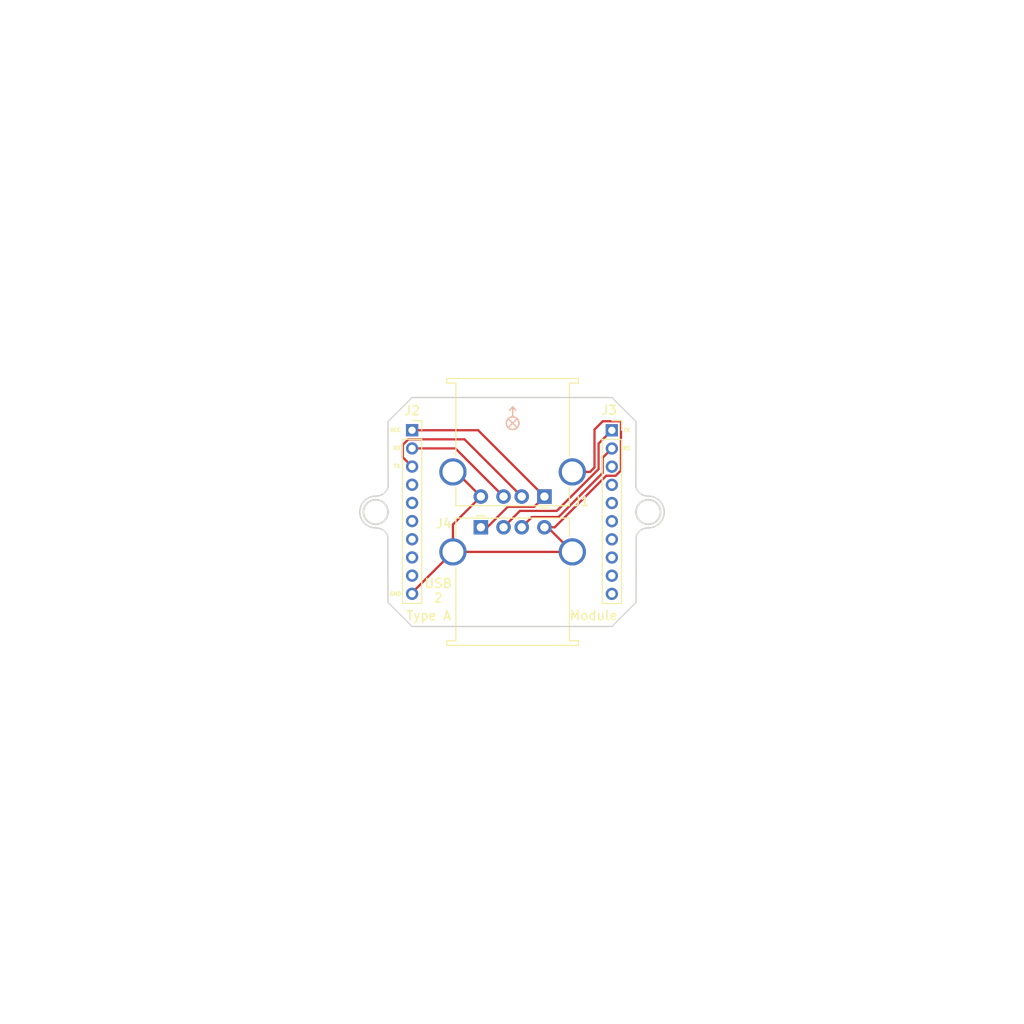
<source format=kicad_pcb>
(kicad_pcb (version 20221018) (generator pcbnew)
  (title_block (title "USB 2 Interface for Bitcraze Crazyflie 2.0") (date "2023-10-06") (company "Jose Ignacio Granados Marín") (comment 1 "Desarrollo de un vehículo aéreo no tripulado modular de bajo costo") (comment 2 "Trabajo Final de Graduación") (comment 3 "Área Académica de Ingeniería en Computadores") (comment 4 "Instituto Tecnológico de Costa Rica"))
  (layers (0 "F.Cu" signal) (31 "B.Cu" signal) (34 "B.Paste" user) (35 "F.Paste" user) (36 "B.SilkS" user "B.Silkscreen") (37 "F.SilkS" user "F.Silkscreen") (38 "B.Mask" user) (39 "F.Mask" user) (44 "Edge.Cuts" user))
  (net 0 "")
  (net 1 "Net-(J1-VBUS)")
  (net 2 "Net-(J1-D-)")
  (net 3 "Net-(J1-D+)")
  (net 4 "Net-(J1-GND)")
  (net 19 "Net-(J3-Pin_2)")
  (net 20 "Net-(J3-Pin_1)")
  (footprint "bitcraze:EXP_ORIENTATION" (layer "F.Cu") (at 144.64 79.24 90)
    (fp_text reference "EXP_ORIENTATION" hide)
    (fp_text value "VAL**" hide)
    (fp_line (start 0 0) (end -0.475 -0.475) (stroke (width 0.15)) (layer "B.SilkS"))
    (fp_line (start 0 0) (end -0.475 0.475) (stroke (width 0.15)) (layer "B.SilkS"))
    (fp_line (start 0 0) (end 0.475 -0.475) (stroke (width 0.15)) (layer "B.SilkS"))
    (fp_line (start 0 0) (end 0.475 0.475) (stroke (width 0.15)) (layer "B.SilkS"))
    (fp_line (start 0.7 0) (end 1.8 0) (stroke (width 0.15)) (layer "B.SilkS"))
    (fp_line (start 1.8 0) (end 1.4 -0.35) (stroke (width 0.15)) (layer "B.SilkS"))
    (fp_line (start 1.8 0) (end 1.4 0.35) (stroke (width 0.15)) (layer "B.SilkS"))
    (fp_circle (center 0 0) (end 0.7 0.025) (stroke (width 0.15)) (fill none) (layer "B.SilkS"))
    (fp_line (start 0.7 0) (end 1.8 0) (stroke (width 0.15)) (layer "F.SilkS"))
    (fp_line (start 1.8 0) (end 1.4 -0.35) (stroke (width 0.15)) (layer "F.SilkS"))
    (fp_line (start 1.8 0) (end 1.4 0.35) (stroke (width 0.15)) (layer "F.SilkS"))
    (fp_circle (center 0 0) (end 0.075 0.025) (stroke (width 0.15)) (fill none) (layer "F.SilkS"))
    (fp_circle (center 0 0) (end 0.7 0.025) (stroke (width 0.15)) (fill none) (layer "F.SilkS"))
  )
  (footprint "Connector_USB:USB_A_Stewart_SS-52100-001_Horizontal" (layer "F.Cu") (at 141.14 90.7)
    (fp_text reference "J4" (at -4.07 -0.4) (layer "F.SilkS"))
    (fp_text value "USB_A" hide)
    (fp_line (start -3.75 12.49) (end -3.75 12.99) (stroke (width 0.12)) (layer "F.SilkS"))
    (fp_line (start -3.75 12.99) (end 10.75 12.99) (stroke (width 0.12)) (layer "F.SilkS"))
    (fp_line (start -2.75 -1.01) (end -2.75 0.99) (stroke (width 0.12)) (layer "F.SilkS"))
    (fp_line (start -2.75 4.49) (end -2.75 12.49) (stroke (width 0.12)) (layer "F.SilkS"))
    (fp_line (start -2.75 12.49) (end -3.75 12.49) (stroke (width 0.12)) (layer "F.SilkS"))
    (fp_line (start -0.5 -1.26) (end 0.5 -1.26) (stroke (width 0.12)) (layer "F.SilkS"))
    (fp_line (start 9.75 -1.01) (end -2.75 -1.01) (stroke (width 0.12)) (layer "F.SilkS"))
    (fp_line (start 9.75 0.99) (end 9.75 -1.01) (stroke (width 0.12)) (layer "F.SilkS"))
    (fp_line (start 9.75 12.49) (end 9.75 4.49) (stroke (width 0.12)) (layer "F.SilkS"))
    (fp_line (start 10.75 12.49) (end 9.75 12.49) (stroke (width 0.12)) (layer "F.SilkS"))
    (fp_line (start 10.75 12.99) (end 10.75 12.49) (stroke (width 0.12)) (layer "F.SilkS"))
    (pad "1" thru_hole rect (at 0 0) (size 1.6 1.6) (drill 0.92) (layers "*.Cu" "*.Mask") (net 1 "Net-(J1-VBUS)"))
    (pad "2" thru_hole circle (at 2.5 0) (size 1.6 1.6) (drill 0.92) (layers "*.Cu" "*.Mask") (net 20 "Net-(J3-Pin_1)"))
    (pad "3" thru_hole circle (at 4.5 0) (size 1.6 1.6) (drill 0.92) (layers "*.Cu" "*.Mask") (net 19 "Net-(J3-Pin_2)"))
    (pad "4" thru_hole circle (at 7 0) (size 1.6 1.6) (drill 0.92) (layers "*.Cu" "*.Mask") (net 4 "Net-(J1-GND)"))
    (pad "5" thru_hole circle (at -3.07 2.71) (size 3 3) (drill 2.3) (layers "*.Cu" "*.Mask") (net 4 "Net-(J1-GND)"))
    (pad "5" thru_hole circle (at 10.07 2.71) (size 3 3) (drill 2.3) (layers "*.Cu" "*.Mask") (net 4 "Net-(J1-GND)"))
  )
  (footprint "Connector_PinSocket_2.00mm:PinSocket_1x10_P2.00mm_Vertical" (layer "F.Cu") (at 155.5612 80.0314)
    (fp_text reference "J3" (at -0.3012 -2.2114) (layer "F.SilkS"))
    (fp_text value "Conn_01x10_Socket" hide)
    (fp_line (start -1.06 1) (end -1.06 19.06) (stroke (width 0.12)) (layer "F.SilkS"))
    (fp_line (start -1.06 1) (end 1.06 1) (stroke (width 0.12)) (layer "F.SilkS"))
    (fp_line (start -1.06 19.06) (end 1.06 19.06) (stroke (width 0.12)) (layer "F.SilkS"))
    (fp_line (start 0 -1.06) (end 1.06 -1.06) (stroke (width 0.12)) (layer "F.SilkS"))
    (fp_line (start 1.06 -1.06) (end 1.06 0) (stroke (width 0.12)) (layer "F.SilkS"))
    (fp_line (start 1.06 1) (end 1.06 19.06) (stroke (width 0.12)) (layer "F.SilkS"))
    (pad "1" thru_hole rect (at 0 0) (size 1.35 1.35) (drill 0.8) (layers "*.Cu" "*.Mask") (net 20 "Net-(J3-Pin_1)"))
    (pad "2" thru_hole oval (at 0 2) (size 1.35 1.35) (drill 0.8) (layers "*.Cu" "*.Mask") (net 19 "Net-(J3-Pin_2)"))
    (pad "3" thru_hole oval (at 0 4) (size 1.35 1.35) (drill 0.8) (layers "*.Cu" "*.Mask"))
    (pad "4" thru_hole oval (at 0 6) (size 1.35 1.35) (drill 0.8) (layers "*.Cu" "*.Mask"))
    (pad "5" thru_hole oval (at 0 8) (size 1.35 1.35) (drill 0.8) (layers "*.Cu" "*.Mask"))
    (pad "6" thru_hole oval (at 0 10) (size 1.35 1.35) (drill 0.8) (layers "*.Cu" "*.Mask"))
    (pad "7" thru_hole oval (at 0 12) (size 1.35 1.35) (drill 0.8) (layers "*.Cu" "*.Mask"))
    (pad "8" thru_hole oval (at 0 14) (size 1.35 1.35) (drill 0.8) (layers "*.Cu" "*.Mask"))
    (pad "9" thru_hole oval (at 0 16) (size 1.35 1.35) (drill 0.8) (layers "*.Cu" "*.Mask"))
    (pad "10" thru_hole oval (at 0 18) (size 1.35 1.35) (drill 0.8) (layers "*.Cu" "*.Mask"))
  )
  (footprint "Connector_PinSocket_2.00mm:PinSocket_1x10_P2.00mm_Vertical" (layer "F.Cu") (at 133.5738 80.021)
    (fp_text reference "J2" (at -0.0038 -2.161) (layer "F.SilkS"))
    (fp_text value "Conn_01x10_Socket" hide)
    (fp_line (start -1.06 1) (end -1.06 19.06) (stroke (width 0.12)) (layer "F.SilkS"))
    (fp_line (start -1.06 1) (end 1.06 1) (stroke (width 0.12)) (layer "F.SilkS"))
    (fp_line (start -1.06 19.06) (end 1.06 19.06) (stroke (width 0.12)) (layer "F.SilkS"))
    (fp_line (start 0 -1.06) (end 1.06 -1.06) (stroke (width 0.12)) (layer "F.SilkS"))
    (fp_line (start 1.06 -1.06) (end 1.06 0) (stroke (width 0.12)) (layer "F.SilkS"))
    (fp_line (start 1.06 1) (end 1.06 19.06) (stroke (width 0.12)) (layer "F.SilkS"))
    (pad "1" thru_hole rect (at 0 0) (size 1.35 1.35) (drill 0.8) (layers "*.Cu" "*.Mask") (net 1 "Net-(J1-VBUS)"))
    (pad "2" thru_hole oval (at 0 2) (size 1.35 1.35) (drill 0.8) (layers "*.Cu" "*.Mask") (net 3 "Net-(J1-D+)"))
    (pad "3" thru_hole oval (at 0 4) (size 1.35 1.35) (drill 0.8) (layers "*.Cu" "*.Mask") (net 2 "Net-(J1-D-)"))
    (pad "4" thru_hole oval (at 0 6) (size 1.35 1.35) (drill 0.8) (layers "*.Cu" "*.Mask"))
    (pad "5" thru_hole oval (at 0 8) (size 1.35 1.35) (drill 0.8) (layers "*.Cu" "*.Mask"))
    (pad "6" thru_hole oval (at 0 10) (size 1.35 1.35) (drill 0.8) (layers "*.Cu" "*.Mask"))
    (pad "7" thru_hole oval (at 0 12) (size 1.35 1.35) (drill 0.8) (layers "*.Cu" "*.Mask"))
    (pad "8" thru_hole oval (at 0 14) (size 1.35 1.35) (drill 0.8) (layers "*.Cu" "*.Mask"))
    (pad "9" thru_hole oval (at 0 16) (size 1.35 1.35) (drill 0.8) (layers "*.Cu" "*.Mask"))
    (pad "10" thru_hole oval (at 0 18) (size 1.35 1.35) (drill 0.8) (layers "*.Cu" "*.Mask") (net 4 "Net-(J1-GND)"))
  )
  (footprint "Connector_USB:USB_A_Stewart_SS-52100-001_Horizontal" (layer "F.Cu") (at 148.14 87.3192 180)
    (fp_text reference "J1" (at -4.07 -0.5408) (layer "F.SilkS"))
    (fp_text value "USB_A" hide)
    (fp_line (start -3.75 12.49) (end -3.75 12.99) (stroke (width 0.12)) (layer "F.SilkS"))
    (fp_line (start -3.75 12.99) (end 10.75 12.99) (stroke (width 0.12)) (layer "F.SilkS"))
    (fp_line (start -2.75 -1.01) (end -2.75 0.99) (stroke (width 0.12)) (layer "F.SilkS"))
    (fp_line (start -2.75 4.49) (end -2.75 12.49) (stroke (width 0.12)) (layer "F.SilkS"))
    (fp_line (start -2.75 12.49) (end -3.75 12.49) (stroke (width 0.12)) (layer "F.SilkS"))
    (fp_line (start -0.5 -1.26) (end 0.5 -1.26) (stroke (width 0.12)) (layer "F.SilkS"))
    (fp_line (start 9.75 -1.01) (end -2.75 -1.01) (stroke (width 0.12)) (layer "F.SilkS"))
    (fp_line (start 9.75 0.99) (end 9.75 -1.01) (stroke (width 0.12)) (layer "F.SilkS"))
    (fp_line (start 9.75 12.49) (end 9.75 4.49) (stroke (width 0.12)) (layer "F.SilkS"))
    (fp_line (start 10.75 12.49) (end 9.75 12.49) (stroke (width 0.12)) (layer "F.SilkS"))
    (fp_line (start 10.75 12.99) (end 10.75 12.49) (stroke (width 0.12)) (layer "F.SilkS"))
    (pad "1" thru_hole rect (at 0 0 180) (size 1.6 1.6) (drill 0.92) (layers "*.Cu" "*.Mask") (net 1 "Net-(J1-VBUS)"))
    (pad "2" thru_hole circle (at 2.5 0 180) (size 1.6 1.6) (drill 0.92) (layers "*.Cu" "*.Mask") (net 2 "Net-(J1-D-)"))
    (pad "3" thru_hole circle (at 4.5 0 180) (size 1.6 1.6) (drill 0.92) (layers "*.Cu" "*.Mask") (net 3 "Net-(J1-D+)"))
    (pad "4" thru_hole circle (at 7 0 180) (size 1.6 1.6) (drill 0.92) (layers "*.Cu" "*.Mask") (net 4 "Net-(J1-GND)"))
    (pad "5" thru_hole circle (at -3.07 2.71 180) (size 3 3) (drill 2.3) (layers "*.Cu" "*.Mask") (net 4 "Net-(J1-GND)"))
    (pad "5" thru_hole circle (at 10.07 2.71 180) (size 3 3) (drill 2.3) (layers "*.Cu" "*.Mask") (net 4 "Net-(J1-GND)"))
  )
  (gr_line (start 160.825373 87.800763) (end 160.892957 87.874449) (stroke (width 0.15)) (layer "Edge.Cuts"))
  (gr_line (start 158.242983 86.410967) (end 158.287026 86.500724) (stroke (width 0.15)) (layer "Edge.Cuts"))
  (gr_line (start 159.769565 87.281416) (end 159.868533 87.295651) (stroke (width 0.15)) (layer "Edge.Cuts"))
  (gr_line (start 158.393059 86.670117) (end 158.45455 86.748951) (stroke (width 0.15)) (layer "Edge.Cuts"))
  (gr_line (start 131.67 99.72) (end 133.57 101.62) (stroke (width 0.15)) (layer "Edge.Cuts"))
  (gr_line (start 130.852974 86.500724) (end 130.80287 86.587244) (stroke (width 0.15)) (layer "Edge.Cuts"))
  (gr_line (start 158.287026 86.500724) (end 158.33713 86.587244) (stroke (width 0.15)) (layer "Edge.Cuts"))
  (gr_line (start 128.625401 90.493172) (end 128.711078 90.544715) (stroke (width 0.15)) (layer "Edge.Cuts"))
  (gr_line (start 130.490012 91.102517) (end 130.564822 91.168846) (stroke (width 0.15)) (layer "Edge.Cuts"))
  (gr_line (start 161.117082 89.837948) (end 161.067842 89.92497) (stroke (width 0.15)) (layer "Edge.Cuts"))
  (gr_line (start 130.861353 91.568348) (end 130.903179 91.659159) (stroke (width 0.15)) (layer "Edge.Cuts"))
  (gr_line (start 127.854664 88.673413) (end 127.837669 88.771944) (stroke (width 0.15)) (layer "Edge.Cuts"))
  (gr_line (start 161.067842 89.92497) (end 161.013713 90.009037) (stroke (width 0.15)) (layer "Edge.Cuts"))
  (gr_line (start 130.546972 86.893038) (end 130.470639 86.957609) (stroke (width 0.15)) (layer "Edge.Cuts"))
  (gr_line (start 128.126287 90.009037) (end 128.185129 90.089876) (stroke (width 0.15)) (layer "Edge.Cuts"))
  (gr_line (start 130.699863 91.316157) (end 130.759453 91.396438) (stroke (width 0.15)) (layer "Edge.Cuts"))
  (gr_line (start 129.372633 90.758835) (end 129.472263 90.767269) (stroke (width 0.15)) (layer "Edge.Cuts"))
  (gr_line (start 128.461854 87.665557) (end 128.386309 87.731056) (stroke (width 0.15)) (layer "Edge.Cuts"))
  (gr_line (start 127.820746 89.071099) (end 127.826519 89.170918) (stroke (width 0.15)) (layer "Edge.Cuts"))
  (gr_line (start 158.278647 91.568348) (end 158.236821 91.659159) (stroke (width 0.15)) (layer "Edge.Cuts"))
  (gr_line (start 159.964372 90.724985) (end 159.866353 90.744725) (stroke (width 0.15)) (layer "Edge.Cuts"))
  (gr_line (start 127.826519 89.170918) (end 127.837984 89.270245) (stroke (width 0.15)) (layer "Edge.Cuts"))
  (gr_line (start 161.013713 90.009037) (end 160.954871 90.089876) (stroke (width 0.15)) (layer "Edge.Cuts"))
  (gr_line (start 130.759453 91.396438) (end 130.813368 91.480636) (stroke (width 0.15)) (layer "Edge.Cuts"))
  (gr_line (start 128.387939 90.310439) (end 128.463567 90.375842) (stroke (width 0.15)) (layer "Edge.Cuts"))
  (gr_line (start 158.669361 86.957609) (end 158.749949 87.016783) (stroke (width 0.15)) (layer "Edge.Cuts"))
  (gr_line (start 158.205211 86.318396) (end 158.22 79.07) (stroke (width 0.15)) (layer "Edge.Cuts"))
  (gr_line (start 129.937204 87.222884) (end 129.839652 87.244785) (stroke (width 0.15)) (layer "Edge.Cuts"))
  (gr_line (start 158.812411 90.986089) (end 158.729191 91.041502) (stroke (width 0.15)) (layer "Edge.Cuts"))
  (gr_line (start 158.440137 91.316157) (end 158.380547 91.396438) (stroke (width 0.15)) (layer "Edge.Cuts"))
  (gr_line (start 161.200266 89.656188) (end 161.161271 89.748256) (stroke (width 0.15)) (layer "Edge.Cuts"))
  (gr_line (start 128.541018 87.60448) (end 128.461854 87.665557) (stroke (width 0.15)) (layer "Edge.Cuts"))
  (gr_line (start 160.061102 90.699678) (end 159.964372 90.724985) (stroke (width 0.15)) (layer "Edge.Cuts"))
  (gr_line (start 130.470639 86.957609) (end 130.390051 87.016783) (stroke (width 0.15)) (layer "Edge.Cuts"))
  (gr_line (start 128.022918 89.837948) (end 128.072158 89.92497) (stroke (width 0.15)) (layer "Edge.Cuts"))
  (gr_line (start 159.57217 90.769999) (end 159.472254 90.77357) (stroke (width 0.15)) (layer "Edge.Cuts"))
  (gr_line (start 128.711078 90.544715) (end 128.79956 90.591281) (stroke (width 0.15)) (layer "Edge.Cuts"))
  (gr_line (start 127.837984 89.270245) (end 127.855103 89.368755) (stroke (width 0.15)) (layer "Edge.Cuts"))
  (gr_line (start 158.749949 87.016783) (end 158.834412 87.070281) (stroke (width 0.15)) (layer "Edge.Cuts"))
  (gr_line (start 160.956222 87.951876) (end 161.014962 88.032789) (stroke (width 0.15)) (layer "Edge.Cuts"))
  (gr_line (start 159.57 87.27) (end 159.669946 87.272856) (stroke (width 0.15)) (layer "Edge.Cuts"))
  (gr_line (start 160.251482 87.408143) (end 160.342426 87.449694) (stroke (width 0.15)) (layer "Edge.Cuts"))
  (gr_line (start 129.865656 90.801292) (end 129.962708 90.825312) (stroke (width 0.15)) (layer "Edge.Cuts"))
  (gr_line (start 130.68545 86.748951) (end 130.618688 86.823376) (stroke (width 0.15)) (layer "Edge.Cuts"))
  (gr_line (start 161.285336 88.673413) (end 161.302331 88.771944) (stroke (width 0.15)) (layer "Edge.Cuts"))
  (gr_line (start 127.978729 89.748256) (end 128.022918 89.837948) (stroke (width 0.15)) (layer "Edge.Cuts"))
  (gr_line (start 127.82633 88.871285) (end 127.820683 88.971112) (stroke (width 0.15)) (layer "Edge.Cuts"))
  (gr_line (start 158.505116 91.240172) (end 158.440137 91.316157) (stroke (width 0.15)) (layer "Edge.Cuts"))
  (gr_line (start 129.271467 87.295651) (end 129.173474 87.315515) (stroke (width 0.15)) (layer "Edge.Cuts"))
  (gr_line (start 158.205211 86.318396) (end 158.242983 86.410967) (stroke (width 0.15)) (layer "Edge.Cuts"))
  (gr_line (start 159.082126 90.855963) (end 158.989299 90.893098) (stroke (width 0.15)) (layer "Edge.Cuts"))
  (gr_line (start 128.072158 89.92497) (end 128.126287 90.009037) (stroke (width 0.15)) (layer "Edge.Cuts"))
  (gr_line (start 129.078898 90.699678) (end 129.175628 90.724985) (stroke (width 0.15)) (layer "Edge.Cuts"))
  (gr_circle (center 159.57 89.02) (end 160.92 89.02) (stroke (width 0.2)) (fill none) (layer "Edge.Cuts"))
  (gr_line (start 130.634884 91.240172) (end 130.699863 91.316157) (stroke (width 0.15)) (layer "Edge.Cuts"))
  (gr_line (start 130.410809 91.041502) (end 130.490012 91.102517) (stroke (width 0.15)) (layer "Edge.Cuts"))
  (gr_line (start 130.903179 91.659159) (end 130.92 98.97) (stroke (width 0.15)) (layer "Edge.Cuts"))
  (gr_line (start 160.249444 90.632717) (end 160.15623 90.668889) (stroke (width 0.15)) (layer "Edge.Cuts"))
  (gr_line (start 159.372821 90.784017) (end 159.274344 90.801292) (stroke (width 0.15)) (layer "Edge.Cuts"))
  (gr_line (start 158.22 98.97) (end 157.47 99.72) (stroke (width 0.15)) (layer "Edge.Cuts"))
  (gr_line (start 158.33713 86.587244) (end 158.393059 86.670117) (stroke (width 0.15)) (layer "Edge.Cuts"))
  (gr_line (start 130.746941 86.670117) (end 130.68545 86.748951) (stroke (width 0.15)) (layer "Edge.Cuts"))
  (gr_line (start 159.767367 90.758835) (end 159.667737 90.767269) (stroke (width 0.15)) (layer "Edge.Cuts"))
  (gr_line (start 130.033021 87.194333) (end 129.937204 87.222884) (stroke (width 0.15)) (layer "Edge.Cuts"))
  (gr_line (start 160.676433 90.375842) (end 160.597192 90.436819) (stroke (width 0.15)) (layer "Edge.Cuts"))
  (gr_line (start 160.823831 90.240823) (end 160.752061 90.310439) (stroke (width 0.15)) (layer "Edge.Cuts"))
  (gr_line (start 127.820683 88.971112) (end 127.820746 89.071099) (stroke (width 0.15)) (layer "Edge.Cuts"))
  (gr_line (start 159.498807 87.268256) (end 159.57 87.27) (stroke (width 0.15)) (layer "Edge.Cuts"))
  (gr_line (start 129.173474 87.315515) (end 129.076775 87.340944) (stroke (width 0.15)) (layer "Edge.Cuts"))
  (gr_line (start 129.56783 90.769999) (end 129.667746 90.77357) (stroke (width 0.15)) (layer "Edge.Cuts"))
  (gr_line (start 158.899251 90.936543) (end 158.812411 90.986089) (stroke (width 0.15)) (layer "Edge.Cuts"))
  (gr_line (start 161.319254 89.071099) (end 161.313481 89.170918) (stroke (width 0.15)) (layer "Edge.Cuts"))
  (gr_line (start 160.954871 90.089876) (end 160.891508 90.167222) (stroke (width 0.15)) (layer "Edge.Cuts"))
  (gr_line (start 160.597192 90.436819) (end 160.514599 90.493172) (stroke (width 0.15)) (layer "Edge.Cuts"))
  (gr_line (start 127.939734 89.656188) (end 127.978729 89.748256) (stroke (width 0.15)) (layer "Edge.Cuts"))
  (gr_line (start 161.16219 88.293755) (end 161.201069 88.385873) (stroke (width 0.15)) (layer "Edge.Cuts"))
  (gr_line (start 158.521312 86.823376) (end 158.593028 86.893038) (stroke (width 0.15)) (layer "Edge.Cuts"))
  (gr_line (start 130.305588 87.070281) (end 130.217649 87.117851) (stroke (width 0.15)) (layer "Edge.Cuts"))
  (gr_line (start 159.472254 90.77357) (end 159.372821 90.784017) (stroke (width 0.15)) (layer "Edge.Cuts"))
  (gr_line (start 158.729191 91.041502) (end 158.649988 91.102517) (stroke (width 0.15)) (layer "Edge.Cuts"))
  (gr_line (start 159.868533 87.295651) (end 159.966526 87.315515) (stroke (width 0.15)) (layer "Edge.Cuts"))
  (gr_line (start 158.22 79.07) (end 157.47 78.32) (stroke (width 0.15)) (layer "Edge.Cuts"))
  (gr_line (start 131.67 78.32) (end 133.57 76.42) (stroke (width 0.15)) (layer "Edge.Cuts"))
  (gr_line (start 128.316169 90.240823) (end 128.387939 90.310439) (stroke (width 0.15)) (layer "Edge.Cuts"))
  (gr_line (start 130.564822 91.168846) (end 130.634884 91.240172) (stroke (width 0.15)) (layer "Edge.Cuts"))
  (gr_line (start 160.51646 87.548023) (end 160.598982 87.60448) (stroke (width 0.15)) (layer "Edge.Cuts"))
  (gr_line (start 160.063225 87.340944) (end 160.158314 87.371853) (stroke (width 0.15)) (layer "Edge.Cuts"))
  (gr_line (start 130.897017 86.410967) (end 130.852974 86.500724) (stroke (width 0.15)) (layer "Edge.Cuts"))
  (gr_line (start 127.906061 89.562042) (end 127.939734 89.656188) (stroke (width 0.15)) (layer "Edge.Cuts"))
  (gr_line (start 158.649988 91.102517) (end 158.575178 91.168846) (stroke (width 0.15)) (layer "Edge.Cuts"))
  (gr_line (start 128.888518 87.408143) (end 128.797574 87.449694) (stroke (width 0.15)) (layer "Edge.Cuts"))
  (gr_line (start 130.80287 86.587244) (end 130.746941 86.670117) (stroke (width 0.15)) (layer "Edge.Cuts"))
  (gr_line (start 127.855103 89.368755) (end 127.87782 89.466127) (stroke (width 0.15)) (layer "Edge.Cuts"))
  (gr_line (start 161.313481 89.170918) (end 161.302016 89.270245) (stroke (width 0.15)) (layer "Edge.Cuts"))
  (gr_line (start 159.01335 87.159266) (end 159.106979 87.194333) (stroke (width 0.15)) (layer "Edge.Cuts"))
  (gr_line (start 128.185129 90.089876) (end 128.248492 90.167222) (stroke (width 0.15)) (layer "Edge.Cuts"))
  (gr_line (start 160.34044 90.591281) (end 160.249444 90.632717) (stroke (width 0.15)) (layer "Edge.Cuts"))
  (gr_line (start 128.071015 88.116924) (end 128.021886 88.204008) (stroke (width 0.15)) (layer "Edge.Cuts"))
  (gr_line (start 130.934789 86.318396) (end 130.897017 86.410967) (stroke (width 0.15)) (layer "Edge.Cuts"))
  (gr_line (start 159.399174 87.259933) (end 159.498807 87.268256) (stroke (width 0.15)) (layer "Edge.Cuts"))
  (gr_line (start 157.47 78.32) (end 155.57 76.42) (stroke (width 0.15)) (layer "Edge.Cuts"))
  (gr_circle (center 129.57 89.02) (end 130.92 89.02) (stroke (width 0.2)) (fill none) (layer "Edge.Cuts"))
  (gr_line (start 127.877258 88.576012) (end 127.854664 88.673413) (stroke (width 0.15)) (layer "Edge.Cuts"))
  (gr_line (start 129.470054 87.272856) (end 129.370435 87.281416) (stroke (width 0.15)) (layer "Edge.Cuts"))
  (gr_line (start 160.892957 87.874449) (end 160.956222 87.951876) (stroke (width 0.15)) (layer "Edge.Cuts"))
  (gr_line (start 159.300348 87.244785) (end 159.399174 87.259933) (stroke (width 0.15)) (layer "Edge.Cuts"))
  (gr_line (start 159.669946 87.272856) (end 159.769565 87.281416) (stroke (width 0.15)) (layer "Edge.Cuts"))
  (gr_line (start 155.57 101.62) (end 133.57 101.62) (stroke (width 0.15)) (layer "Edge.Cuts"))
  (gr_line (start 127.905378 88.480062) (end 127.877258 88.576012) (stroke (width 0.15)) (layer "Edge.Cuts"))
  (gr_line (start 159.202796 87.222884) (end 159.300348 87.244785) (stroke (width 0.15)) (layer "Edge.Cuts"))
  (gr_line (start 160.678146 87.665557) (end 160.753691 87.731056) (stroke (width 0.15)) (layer "Edge.Cuts"))
  (gr_line (start 161.284897 89.368755) (end 161.26218 89.466127) (stroke (width 0.15)) (layer "Edge.Cuts"))
  (gr_line (start 128.125038 88.032789) (end 128.071015 88.116924) (stroke (width 0.15)) (layer "Edge.Cuts"))
  (gr_line (start 161.26218 89.466127) (end 161.233939 89.562042) (stroke (width 0.15)) (layer "Edge.Cuts"))
  (gr_line (start 130.390051 87.016783) (end 130.305588 87.070281) (stroke (width 0.15)) (layer "Edge.Cuts"))
  (gr_line (start 161.319317 88.971112) (end 161.319254 89.071099) (stroke (width 0.15)) (layer "Edge.Cuts"))
  (gr_line (start 157.47 99.72) (end 155.57 101.62) (stroke (width 0.15)) (layer "Edge.Cuts"))
  (gr_line (start 130.240749 90.936543) (end 130.327589 90.986089) (stroke (width 0.15)) (layer "Edge.Cuts"))
  (gr_line (start 158.326632 91.480636) (end 158.278647 91.568348) (stroke (width 0.15)) (layer "Edge.Cuts"))
  (gr_line (start 128.248492 90.167222) (end 128.316169 90.240823) (stroke (width 0.15)) (layer "Edge.Cuts"))
  (gr_line (start 160.752061 90.310439) (end 160.676433 90.375842) (stroke (width 0.15)) (layer "Edge.Cuts"))
  (gr_line (start 158.380547 91.396438) (end 158.326632 91.480636) (stroke (width 0.15)) (layer "Edge.Cuts"))
  (gr_line (start 159.57217 90.769999) (end 159.57217 90.769999) (stroke (width 0.15)) (layer "Edge.Cuts"))
  (gr_line (start 128.981686 87.371853) (end 128.888518 87.408143) (stroke (width 0.15)) (layer "Edge.Cuts"))
  (gr_line (start 129.273647 90.744725) (end 129.372633 90.758835) (stroke (width 0.15)) (layer "Edge.Cuts"))
  (gr_line (start 129.175628 90.724985) (end 129.273647 90.744725) (stroke (width 0.15)) (layer "Edge.Cuts"))
  (gr_line (start 158.922351 87.117851) (end 159.01335 87.159266) (stroke (width 0.15)) (layer "Edge.Cuts"))
  (gr_line (start 160.430848 87.496372) (end 160.51646 87.548023) (stroke (width 0.15)) (layer "Edge.Cuts"))
  (gr_line (start 159.274344 90.801292) (end 159.177292 90.825312) (stroke (width 0.15)) (layer "Edge.Cuts"))
  (gr_line (start 160.15623 90.668889) (end 160.061102 90.699678) (stroke (width 0.15)) (layer "Edge.Cuts"))
  (gr_line (start 161.201069 88.385873) (end 161.234622 88.480062) (stroke (width 0.15)) (layer "Edge.Cuts"))
  (gr_line (start 128.386309 87.731056) (end 128.314627 87.800763) (stroke (width 0.15)) (layer "Edge.Cuts"))
  (gr_line (start 161.302331 88.771944) (end 161.31367 88.871285) (stroke (width 0.15)) (layer "Edge.Cuts"))
  (gr_line (start 128.247043 87.874449) (end 128.183778 87.951876) (stroke (width 0.15)) (layer "Edge.Cuts"))
  (gr_line (start 128.79956 90.591281) (end 128.890556 90.632717) (stroke (width 0.15)) (layer "Edge.Cuts"))
  (gr_line (start 158.593028 86.893038) (end 158.669361 86.957609) (stroke (width 0.15)) (layer "Edge.Cuts"))
  (gr_line (start 161.068985 88.116924) (end 161.118114 88.204008) (stroke (width 0.15)) (layer "Edge.Cuts"))
  (gr_line (start 130.150701 90.893098) (end 130.240749 90.936543) (stroke (width 0.15)) (layer "Edge.Cuts"))
  (gr_line (start 129.962708 90.825312) (end 130.057874 90.855963) (stroke (width 0.15)) (layer "Edge.Cuts"))
  (gr_line (start 129.740826 87.259933) (end 129.641193 87.268256) (stroke (width 0.15)) (layer "Edge.Cuts"))
  (gr_line (start 159.966526 87.315515) (end 160.063225 87.340944) (stroke (width 0.15)) (layer "Edge.Cuts"))
  (gr_line (start 130.813368 91.480636) (end 130.861353 91.568348) (stroke (width 0.15)) (layer "Edge.Cuts"))
  (gr_line (start 129.839652 87.244785) (end 129.740826 87.259933) (stroke (width 0.15)) (layer "Edge.Cuts"))
  (gr_line (start 128.183778 87.951876) (end 128.125038 88.032789) (stroke (width 0.15)) (layer "Edge.Cuts"))
  (gr_line (start 128.709152 87.496372) (end 128.62354 87.548023) (stroke (width 0.15)) (layer "Edge.Cuts"))
  (gr_line (start 160.753691 87.731056) (end 160.825373 87.800763) (stroke (width 0.15)) (layer "Edge.Cuts"))
  (gr_line (start 158.989299 90.893098) (end 158.899251 90.936543) (stroke (width 0.15)) (layer "Edge.Cuts"))
  (gr_line (start 127.938931 88.385873) (end 127.905378 88.480062) (stroke (width 0.15)) (layer "Edge.Cuts"))
  (gr_line (start 159.866353 90.744725) (end 159.767367 90.758835) (stroke (width 0.15)) (layer "Edge.Cuts"))
  (gr_line (start 130.618688 86.823376) (end 130.546972 86.893038) (stroke (width 0.15)) (layer "Edge.Cuts"))
  (gr_line (start 158.834412 87.070281) (end 158.922351 87.117851) (stroke (width 0.15)) (layer "Edge.Cuts"))
  (gr_line (start 129.767179 90.784017) (end 129.865656 90.801292) (stroke (width 0.15)) (layer "Edge.Cuts"))
  (gr_line (start 161.118114 88.204008) (end 161.16219 88.293755) (stroke (width 0.15)) (layer "Edge.Cuts"))
  (gr_line (start 161.262742 88.576012) (end 161.285336 88.673413) (stroke (width 0.15)) (layer "Edge.Cuts"))
  (gr_line (start 161.161271 89.748256) (end 161.117082 89.837948) (stroke (width 0.15)) (layer "Edge.Cuts"))
  (gr_line (start 161.31367 88.871285) (end 161.319317 88.971112) (stroke (width 0.15)) (layer "Edge.Cuts"))
  (gr_line (start 155.57 76.42) (end 153.77 76.42) (stroke (width 0.15)) (layer "Edge.Cuts"))
  (gr_line (start 159.177292 90.825312) (end 159.082126 90.855963) (stroke (width 0.15)) (layer "Edge.Cuts"))
  (gr_line (start 158.236821 91.659159) (end 158.22 98.97) (stroke (width 0.15)) (layer "Edge.Cuts"))
  (gr_line (start 127.97781 88.293755) (end 127.938931 88.385873) (stroke (width 0.15)) (layer "Edge.Cuts"))
  (gr_line (start 127.87782 89.466127) (end 127.906061 89.562042) (stroke (width 0.15)) (layer "Edge.Cuts"))
  (gr_line (start 160.158314 87.371853) (end 160.251482 87.408143) (stroke (width 0.15)) (layer "Edge.Cuts"))
  (gr_line (start 159.667737 90.767269) (end 159.57217 90.769999) (stroke (width 0.15)) (layer "Edge.Cuts"))
  (gr_line (start 129.667746 90.77357) (end 129.767179 90.784017) (stroke (width 0.15)) (layer "Edge.Cuts"))
  (gr_line (start 130.92 98.97) (end 131.67 99.72) (stroke (width 0.15)) (layer "Edge.Cuts"))
  (gr_line (start 130.92 79.07) (end 131.67 78.32) (stroke (width 0.15)) (layer "Edge.Cuts"))
  (gr_line (start 128.890556 90.632717) (end 128.98377 90.668889) (stroke (width 0.15)) (layer "Edge.Cuts"))
  (gr_line (start 160.514599 90.493172) (end 160.428922 90.544715) (stroke (width 0.15)) (layer "Edge.Cuts"))
  (gr_line (start 129.641193 87.268256) (end 129.57 87.27) (stroke (width 0.15)) (layer "Edge.Cuts"))
  (gr_line (start 130.057874 90.855963) (end 130.150701 90.893098) (stroke (width 0.15)) (layer "Edge.Cuts"))
  (gr_line (start 158.45455 86.748951) (end 158.521312 86.823376) (stroke (width 0.15)) (layer "Edge.Cuts"))
  (gr_line (start 128.98377 90.668889) (end 129.078898 90.699678) (stroke (width 0.15)) (layer "Edge.Cuts"))
  (gr_line (start 129.370435 87.281416) (end 129.271467 87.295651) (stroke (width 0.15)) (layer "Edge.Cuts"))
  (gr_line (start 161.234622 88.480062) (end 161.262742 88.576012) (stroke (width 0.15)) (layer "Edge.Cuts"))
  (gr_line (start 130.934789 86.318396) (end 130.92 79.07) (stroke (width 0.15)) (layer "Edge.Cuts"))
  (gr_line (start 158.575178 91.168846) (end 158.505116 91.240172) (stroke (width 0.15)) (layer "Edge.Cuts"))
  (gr_line (start 127.837669 88.771944) (end 127.82633 88.871285) (stroke (width 0.15)) (layer "Edge.Cuts"))
  (gr_line (start 161.302016 89.270245) (end 161.284897 89.368755) (stroke (width 0.15)) (layer "Edge.Cuts"))
  (gr_line (start 128.797574 87.449694) (end 128.709152 87.496372) (stroke (width 0.15)) (layer "Edge.Cuts"))
  (gr_line (start 161.233939 89.562042) (end 161.200266 89.656188) (stroke (width 0.15)) (layer "Edge.Cuts"))
  (gr_line (start 128.463567 90.375842) (end 128.542808 90.436819) (stroke (width 0.15)) (layer "Edge.Cuts"))
  (gr_line (start 160.598982 87.60448) (end 160.678146 87.665557) (stroke (width 0.15)) (layer "Edge.Cuts"))
  (gr_line (start 130.327589 90.986089) (end 130.410809 91.041502) (stroke (width 0.15)) (layer "Edge.Cuts"))
  (gr_line (start 128.542808 90.436819) (end 128.625401 90.493172) (stroke (width 0.15)) (layer "Edge.Cuts"))
  (gr_line (start 130.12665 87.159266) (end 130.033021 87.194333) (stroke (width 0.15)) (layer "Edge.Cuts"))
  (gr_line (start 160.342426 87.449694) (end 160.430848 87.496372) (stroke (width 0.15)) (layer "Edge.Cuts"))
  (gr_line (start 160.891508 90.167222) (end 160.823831 90.240823) (stroke (width 0.15)) (layer "Edge.Cuts"))
  (gr_line (start 128.62354 87.548023) (end 128.541018 87.60448) (stroke (width 0.15)) (layer "Edge.Cuts"))
  (gr_line (start 129.472263 90.767269) (end 129.56783 90.769999) (stroke (width 0.15)) (layer "Edge.Cuts"))
  (gr_line (start 129.076775 87.340944) (end 128.981686 87.371853) (stroke (width 0.15)) (layer "Edge.Cuts"))
  (gr_line (start 161.014962 88.032789) (end 161.068985 88.116924) (stroke (width 0.15)) (layer "Edge.Cuts"))
  (gr_line (start 128.314627 87.800763) (end 128.247043 87.874449) (stroke (width 0.15)) (layer "Edge.Cuts"))
  (gr_line (start 160.428922 90.544715) (end 160.34044 90.591281) (stroke (width 0.15)) (layer "Edge.Cuts"))
  (gr_line (start 130.217649 87.117851) (end 130.12665 87.159266) (stroke (width 0.15)) (layer "Edge.Cuts"))
  (gr_line (start 129.57 87.27) (end 129.470054 87.272856) (stroke (width 0.15)) (layer "Edge.Cuts"))
  (gr_line (start 128.021886 88.204008) (end 127.97781 88.293755) (stroke (width 0.15)) (layer "Edge.Cuts"))
  (gr_line (start 159.106979 87.194333) (end 159.202796 87.222884) (stroke (width 0.15)) (layer "Edge.Cuts"))
  (gr_line (start 133.57 76.42) (end 153.77 76.42) (stroke (width 0.15)) (layer "Edge.Cuts"))
  (gr_text "TX" (at 157.1902 80.0208) (layer "F.SilkS") (effects (font (size 0.4 0.4) (thickness 0.1) bold)))
  (gr_text "Type A" (at 135.41 100.42) (layer "F.SilkS") (effects (font (size 1 1))))
  (gr_text "TX" (at 131.9 83.97) (layer "F.SilkS") (effects (font (size 0.4 0.4) (thickness 0.1) bold)))
  (gr_text "RX" (at 131.9 81.98) (layer "F.SilkS") (effects (font (size 0.4 0.4) (thickness 0.1) bold)))
  (gr_text "GND" (at 131.7502 98.0208) (layer "F.SilkS") (effects (font (size 0.4 0.4) (thickness 0.1) bold)))
  (gr_text "Module" (at 153.55 100.41) (layer "F.SilkS") (effects (font (size 1 1))))
  (gr_text "VCC" (at 131.7502 80.0008) (layer "F.SilkS") (effects (font (size 0.4 0.4) (thickness 0.1) bold)))
  (gr_text "RX" (at 157.1902 82.0108) (layer "F.SilkS") (effects (font (size 0.4 0.4) (thickness 0.1) bold)))
  (gr_text "USB\n2" (at 136.45 97.68) (layer "F.SilkS") (effects (font (size 1 1))))
  (segment (start 144.105991 88.4442) (end 147.015 88.4442) (width 0.25) (layer "F.Cu") (net 1))
  (segment (start 141.14 90.7) (end 141.850191 90.7) (width 0.25) (layer "F.Cu") (net 1))
  (segment (start 141.850191 90.7) (end 144.105991 88.4442) (width 0.25) (layer "F.Cu") (net 1))
  (segment (start 147.015 88.4442) (end 148.14 87.3192) (width 0.25) (layer "F.Cu") (net 1))
  (segment (start 140.8418 80.021) (end 133.5738 80.021) (width 0.25) (layer "F.Cu") (net 1))
  (segment (start 148.14 87.3192) (end 140.8418 80.021) (width 0.25) (layer "F.Cu") (net 1))
  (segment (start 132.56 83.0072) (end 133.5738 84.021) (width 0.25) (layer "F.Cu") (net 2))
  (segment (start 145.64 87.3192) (end 139.3418 81.021) (width 0.25) (layer "F.Cu") (net 2))
  (segment (start 139.3418 81.021) (end 133.159586 81.021) (width 0.25) (layer "F.Cu") (net 2))
  (segment (start 132.56 81.620586) (end 132.56 83.0072) (width 0.25) (layer "F.Cu") (net 2))
  (segment (start 133.159586 81.021) (end 132.56 81.620586) (width 0.25) (layer "F.Cu") (net 2))
  (segment (start 138.3418 82.021) (end 133.5738 82.021) (width 0.25) (layer "F.Cu") (net 3))
  (segment (start 143.64 87.3192) (end 138.3418 82.021) (width 0.25) (layer "F.Cu") (net 3))
  (segment (start 153.65 84.113744) (end 153.154544 84.6092) (width 0.25) (layer "F.Cu") (net 4))
  (segment (start 154.5612 79.0314) (end 153.65 79.9426) (width 0.25) (layer "F.Cu") (net 4))
  (segment (start 154.93997 85.0314) (end 155.975414 85.0314) (width 0.25) (layer "F.Cu") (net 4))
  (segment (start 138.07 90.3892) (end 141.14 87.3192) (width 0.25) (layer "F.Cu") (net 4))
  (segment (start 148.5 90.7) (end 148.14 90.7) (width 0.25) (layer "F.Cu") (net 4))
  (segment (start 133.5738 97.9062) (end 133.5738 98.021) (width 0.25) (layer "F.Cu") (net 4))
  (segment (start 153.65 79.9426) (end 153.65 84.113744) (width 0.25) (layer "F.Cu") (net 4))
  (segment (start 155.975414 85.0314) (end 156.5612 84.445614) (width 0.25) (layer "F.Cu") (net 4))
  (segment (start 138.07 93.41) (end 133.5738 97.9062) (width 0.25) (layer "F.Cu") (net 4))
  (segment (start 138.07 93.41) (end 151.21 93.41) (width 0.25) (layer "F.Cu") (net 4))
  (segment (start 156.5612 79.0314) (end 154.5612 79.0314) (width 0.25) (layer "F.Cu") (net 4))
  (segment (start 151.21 93.41) (end 148.5 90.7) (width 0.25) (layer "F.Cu") (net 4))
  (segment (start 141.14 87.3192) (end 138.43 84.6092) (width 0.25) (layer "F.Cu") (net 4))
  (segment (start 149.27137 90.7) (end 154.93997 85.0314) (width 0.25) (layer "F.Cu") (net 4))
  (segment (start 153.154544 84.6092) (end 151.21 84.6092) (width 0.25) (layer "F.Cu") (net 4))
  (segment (start 138.07 93.41) (end 138.07 90.3892) (width 0.25) (layer "F.Cu") (net 4))
  (segment (start 156.5612 84.445614) (end 156.5612 79.0314) (width 0.25) (layer "F.Cu") (net 4))
  (segment (start 148.14 90.7) (end 149.27137 90.7) (width 0.25) (layer "F.Cu") (net 4))
  (segment (start 138.43 84.6092) (end 138.07 84.6092) (width 0.25) (layer "F.Cu") (net 4))
  (segment (start 154.55 83.0426) (end 155.5612 82.0314) (width 0.25) (layer "F.Cu") (net 19))
  (segment (start 154.55 84.72) (end 154.55 83.0426) (width 0.25) (layer "F.Cu") (net 19))
  (segment (start 146.765 89.575) (end 149.695 89.575) (width 0.25) (layer "F.Cu") (net 19))
  (segment (start 145.64 90.7) (end 146.765 89.575) (width 0.25) (layer "F.Cu") (net 19))
  (segment (start 149.695 89.575) (end 154.55 84.72) (width 0.25) (layer "F.Cu") (net 19))
  (segment (start 145.44 88.9) (end 143.64 90.7) (width 0.25) (layer "F.Cu") (net 20))
  (segment (start 155.5612 80.0314) (end 154.1 81.4926) (width 0.25) (layer "F.Cu") (net 20))
  (segment (start 149.50014 88.9) (end 145.44 88.9) (width 0.25) (layer "F.Cu") (net 20))
  (segment (start 154.1 84.30014) (end 149.50014 88.9) (width 0.25) (layer "F.Cu") (net 20))
  (segment (start 154.1 81.4926) (end 154.1 84.30014) (width 0.25) (layer "F.Cu") (net 20))
)
</source>
